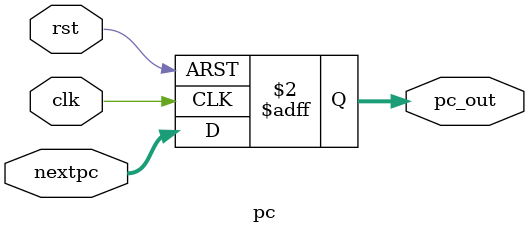
<source format=sv>

module pc(
    input  logic        clk,
    input  logic        rst,
    input  logic [15:0] nextpc,
    output logic [15:0] pc_out  // renamed from 'pc'
);
    always_ff @(posedge clk or posedge rst) begin
        if (rst)
            pc_out <= 16'b0;
        else
            pc_out <= nextpc;
    end
endmodule

</source>
